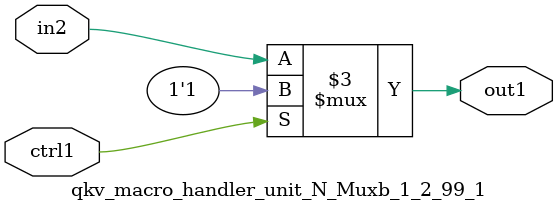
<source format=v>

`timescale 1ps / 1ps


module qkv_macro_handler_unit_N_Muxb_1_2_99_1( in2, ctrl1, out1 );

    input in2;
    input ctrl1;
    output out1;
    reg out1;

    
    // rtl_process:qkv_macro_handler_unit_N_Muxb_1_2_99_1/qkv_macro_handler_unit_N_Muxb_1_2_99_1_thread_1
    always @*
      begin : qkv_macro_handler_unit_N_Muxb_1_2_99_1_thread_1
        case (ctrl1) 
          1'b1: 
            begin
              out1 = 1'b1;
            end
          default: 
            begin
              out1 = in2;
            end
        endcase
      end

endmodule



</source>
